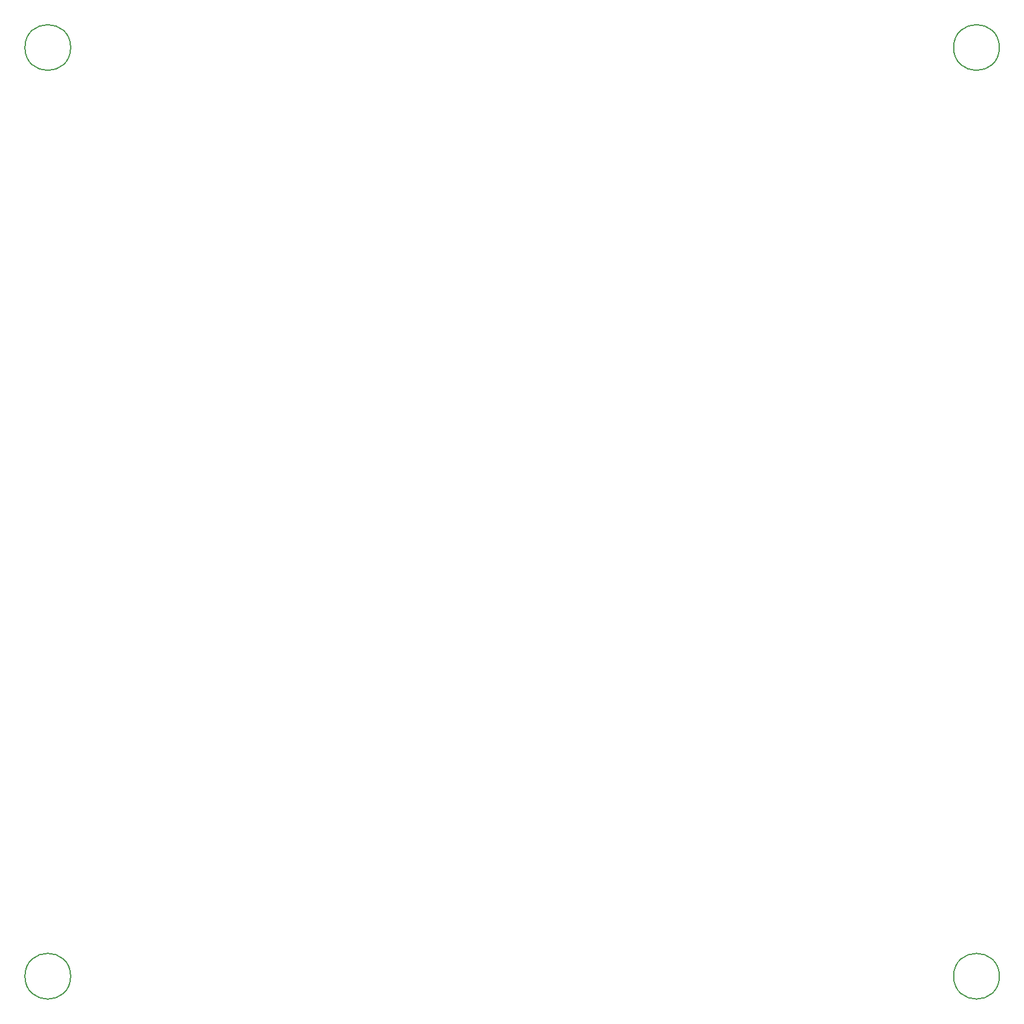
<source format=gbr>
%TF.GenerationSoftware,KiCad,Pcbnew,8.0.4*%
%TF.CreationDate,2024-08-19T15:11:55+02:00*%
%TF.ProjectId,RocSync_testing,526f6353-796e-4635-9f74-657374696e67,rev?*%
%TF.SameCoordinates,Original*%
%TF.FileFunction,Other,Comment*%
%FSLAX46Y46*%
G04 Gerber Fmt 4.6, Leading zero omitted, Abs format (unit mm)*
G04 Created by KiCad (PCBNEW 8.0.4) date 2024-08-19 15:11:55*
%MOMM*%
%LPD*%
G01*
G04 APERTURE LIST*
%ADD10C,0.150000*%
G04 APERTURE END LIST*
D10*
%TO.C,H3*%
X193200000Y-190000000D02*
G75*
G02*
X186800000Y-190000000I-3200000J0D01*
G01*
X186800000Y-190000000D02*
G75*
G02*
X193200000Y-190000000I3200000J0D01*
G01*
%TO.C,H2*%
X193200000Y-60000000D02*
G75*
G02*
X186800000Y-60000000I-3200000J0D01*
G01*
X186800000Y-60000000D02*
G75*
G02*
X193200000Y-60000000I3200000J0D01*
G01*
%TO.C,H1*%
X63200000Y-60000000D02*
G75*
G02*
X56800000Y-60000000I-3200000J0D01*
G01*
X56800000Y-60000000D02*
G75*
G02*
X63200000Y-60000000I3200000J0D01*
G01*
%TO.C,H4*%
X63200000Y-190000000D02*
G75*
G02*
X56800000Y-190000000I-3200000J0D01*
G01*
X56800000Y-190000000D02*
G75*
G02*
X63200000Y-190000000I3200000J0D01*
G01*
%TD*%
M02*

</source>
